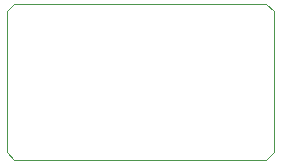
<source format=gko>
G04*
G04 #@! TF.GenerationSoftware,Altium Limited,Altium Designer,21.0.9 (235)*
G04*
G04 Layer_Color=16711935*
%FSAX24Y24*%
%MOIN*%
G70*
G04*
G04 #@! TF.SameCoordinates,2375E4FB-4CFA-4F30-9997-1AA3C3FB1F4C*
G04*
G04*
G04 #@! TF.FilePolarity,Positive*
G04*
G01*
G75*
%ADD27C,0.0020*%
D27*
X009450Y009650D02*
Y014350D01*
X009200Y014600D02*
X009450Y014350D01*
X000800Y014600D02*
X009200D01*
X000550Y014350D02*
X000800Y014600D01*
X000550Y009650D02*
X000550Y014350D01*
X000550Y009650D02*
X000800Y009400D01*
X009200Y009400D01*
X009450Y009650D01*
M02*

</source>
